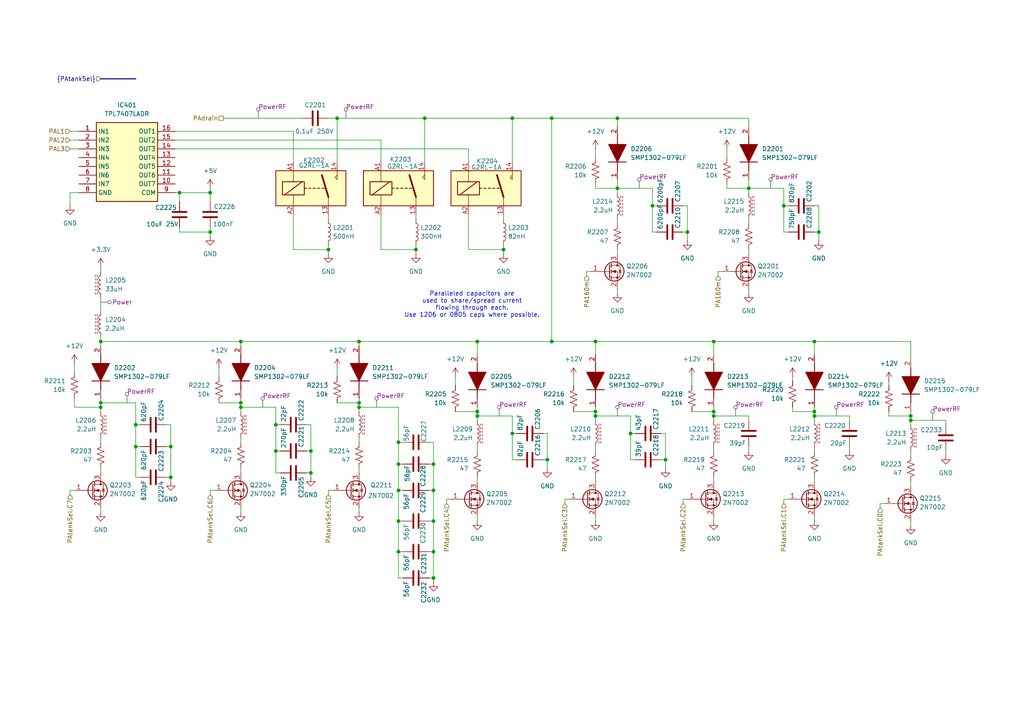
<source format=kicad_sch>
(kicad_sch (version 20250114) (generator "eeschema") (generator_version "9.0")
  (paper "A4")
  (bus_alias "PAtankSel" (members "C7" "C6" "C5" "C4" "C3" "C2" "C1" "C0"))
  (text "Paralleled capacitors are\nused to share/spread current\nflowing through each.\nUse 1206 or 0805 caps where possible." (at 136.906 88.392 0) (effects (font (size 1.27 1.27))))
  (junction (at 236.22 120.65))
  (junction (at 115.57 134.62))
  (junction (at 115.57 128.27))
  (junction (at 95.25 72.39))
  (junction (at 207.01 99.06))
  (junction (at 236.22 99.06))
  (junction (at 207.01 119.38))
  (junction (at 49.53 129.54))
  (junction (at 160.02 34.29))
  (junction (at 80.01 123.19))
  (junction (at 125.73 151.13))
  (junction (at 29.21 116.84))
  (junction (at 237.49 67.31))
  (junction (at 264.16 121.92))
  (junction (at 125.73 160.02))
  (junction (at 125.73 134.62))
  (junction (at 29.21 118.11))
  (junction (at 115.57 151.13))
  (junction (at 189.23 59.69))
  (junction (at 182.88 125.73))
  (junction (at 125.73 167.64))
  (junction (at 138.43 99.06))
  (junction (at 148.59 34.29))
  (junction (at 60.96 55.88))
  (junction (at 69.85 99.06))
  (junction (at 39.37 123.19))
  (junction (at 90.17 137.16))
  (junction (at 217.17 54.61))
  (junction (at 172.72 120.65))
  (junction (at 264.16 120.65))
  (junction (at 160.02 99.06))
  (junction (at 49.53 138.43))
  (junction (at 125.73 142.24))
  (junction (at 199.39 67.31))
  (junction (at 146.05 72.39))
  (junction (at 179.07 54.61))
  (junction (at 158.75 133.35))
  (junction (at 104.14 116.84))
  (junction (at 60.96 67.31))
  (junction (at 29.21 99.06))
  (junction (at 97.79 34.29))
  (junction (at 138.43 119.38))
  (junction (at 115.57 160.02))
  (junction (at 123.19 34.29))
  (junction (at 172.72 99.06))
  (junction (at 172.72 119.38))
  (junction (at 104.14 118.11))
  (junction (at 193.04 133.35))
  (junction (at 236.22 119.38))
  (junction (at 80.01 130.81))
  (junction (at 115.57 142.24))
  (junction (at 120.65 72.39))
  (junction (at 104.14 99.06))
  (junction (at 52.07 55.88))
  (junction (at 138.43 120.65))
  (junction (at 90.17 130.81))
  (junction (at 227.33 59.69))
  (junction (at 69.85 118.11))
  (junction (at 39.37 129.54))
  (junction (at 69.85 116.84))
  (junction (at 148.59 125.73))
  (junction (at 179.07 34.29))
  (junction (at 207.01 120.65))
  (wire (pts (xy 179.07 54.61) (xy 189.23 54.61)))
  (wire (pts (xy 21.59 118.11) (xy 29.21 118.11)))
  (wire (pts (xy 217.17 64.77) (xy 217.17 63.5)))
  (wire (pts (xy 207.01 120.65) (xy 207.01 119.38)))
  (wire (pts (xy 138.43 130.81) (xy 138.43 129.54)))
  (bus (pts (xy 29.21 22.86) (xy 39.37 22.86)))
  (wire (pts (xy 189.23 59.69) (xy 190.5 59.69)))
  (wire (pts (xy 172.72 130.81) (xy 172.72 129.54)))
  (wire (pts (xy 20.32 55.88) (xy 22.86 55.88)))
  (wire (pts (xy 207.01 99.06) (xy 207.01 102.87)))
  (wire (pts (xy 132.08 119.38) (xy 138.43 119.38)))
  (wire (pts (xy 90.17 130.81) (xy 90.17 123.19)))
  (wire (pts (xy 81.28 137.16) (xy 80.01 137.16)))
  (wire (pts (xy 64.77 34.29) (xy 87.63 34.29)))
  (wire (pts (xy 236.22 119.38) (xy 236.22 118.11)))
  (wire (pts (xy 172.72 120.65) (xy 172.72 119.38)))
  (wire (pts (xy 123.19 34.29) (xy 123.19 46.99)))
  (wire (pts (xy 124.46 167.64) (xy 125.73 167.64)))
  (wire (pts (xy 146.05 62.23) (xy 146.05 63.5)))
  (wire (pts (xy 60.96 67.31) (xy 60.96 68.58)))
  (wire (pts (xy 170.18 78.74) (xy 171.45 78.74)))
  (wire (pts (xy 172.72 99.06) (xy 172.72 102.87)))
  (wire (pts (xy 80.01 123.19) (xy 81.28 123.19)))
  (wire (pts (xy 29.21 118.11) (xy 29.21 119.38)))
  (wire (pts (xy 60.96 55.88) (xy 60.96 58.42)))
  (wire (pts (xy 132.08 109.22) (xy 132.08 111.76)))
  (wire (pts (xy 264.16 123.19) (xy 264.16 121.92)))
  (wire (pts (xy 138.43 138.43) (xy 138.43 139.7)))
  (wire (pts (xy 60.96 143.51) (xy 60.96 142.24)))
  (wire (pts (xy 172.72 149.86) (xy 172.72 151.13)))
  (wire (pts (xy 39.37 129.54) (xy 39.37 138.43)))
  (wire (pts (xy 125.73 128.27) (xy 125.73 134.62)))
  (wire (pts (xy 189.23 59.69) (xy 189.23 54.61)))
  (wire (pts (xy 104.14 116.84) (xy 104.14 115.57)))
  (wire (pts (xy 49.53 139.7) (xy 49.53 138.43)))
  (wire (pts (xy 246.38 129.54) (xy 246.38 130.81)))
  (wire (pts (xy 207.01 138.43) (xy 207.01 139.7)))
  (wire (pts (xy 125.73 160.02) (xy 125.73 167.64)))
  (wire (pts (xy 157.48 133.35) (xy 158.75 133.35)))
  (wire (pts (xy 40.64 123.19) (xy 39.37 123.19)))
  (wire (pts (xy 182.88 125.73) (xy 184.15 125.73)))
  (wire (pts (xy 85.09 62.23) (xy 85.09 72.39)))
  (wire (pts (xy 50.8 38.1) (xy 85.09 38.1)))
  (wire (pts (xy 104.14 118.11) (xy 115.57 118.11)))
  (wire (pts (xy 179.07 55.88) (xy 179.07 54.61)))
  (wire (pts (xy 257.81 119.38) (xy 257.81 120.65)))
  (wire (pts (xy 236.22 99.06) (xy 236.22 102.87)))
  (wire (pts (xy 125.73 128.27) (xy 124.46 128.27)))
  (wire (pts (xy 39.37 123.19) (xy 39.37 116.84)))
  (wire (pts (xy 138.43 119.38) (xy 138.43 120.65)))
  (wire (pts (xy 210.82 53.34) (xy 210.82 54.61)))
  (wire (pts (xy 264.16 121.92) (xy 274.32 121.92)))
  (wire (pts (xy 179.07 34.29) (xy 217.17 34.29)))
  (wire (pts (xy 124.46 142.24) (xy 125.73 142.24)))
  (wire (pts (xy 123.19 34.29) (xy 148.59 34.29)))
  (wire (pts (xy 63.5 106.68) (xy 63.5 109.22)))
  (wire (pts (xy 69.85 128.27) (xy 69.85 127)))
  (wire (pts (xy 49.53 129.54) (xy 49.53 123.19)))
  (wire (pts (xy 52.07 55.88) (xy 52.07 58.42)))
  (wire (pts (xy 29.21 115.57) (xy 29.21 116.84)))
  (wire (pts (xy 138.43 102.87) (xy 138.43 99.06)))
  (wire (pts (xy 52.07 55.88) (xy 60.96 55.88)))
  (wire (pts (xy 39.37 116.84) (xy 29.21 116.84)))
  (wire (pts (xy 207.01 130.81) (xy 207.01 129.54)))
  (wire (pts (xy 255.27 147.32) (xy 255.27 146.05)))
  (wire (pts (xy 207.01 119.38) (xy 207.01 118.11)))
  (wire (pts (xy 148.59 133.35) (xy 149.86 133.35)))
  (wire (pts (xy 146.05 71.12) (xy 146.05 72.39)))
  (wire (pts (xy 124.46 151.13) (xy 125.73 151.13)))
  (wire (pts (xy 172.72 120.65) (xy 182.88 120.65)))
  (wire (pts (xy 29.21 97.79) (xy 29.21 99.06)))
  (wire (pts (xy 110.49 72.39) (xy 120.65 72.39)))
  (wire (pts (xy 157.48 125.73) (xy 158.75 125.73)))
  (wire (pts (xy 255.27 146.05) (xy 256.54 146.05)))
  (wire (pts (xy 60.96 54.61) (xy 60.96 55.88)))
  (wire (pts (xy 95.25 34.29) (xy 97.79 34.29)))
  (wire (pts (xy 172.72 99.06) (xy 160.02 99.06)))
  (wire (pts (xy 135.89 62.23) (xy 135.89 72.39)))
  (wire (pts (xy 20.32 38.1) (xy 22.86 38.1)))
  (wire (pts (xy 69.85 118.11) (xy 80.01 118.11)))
  (wire (pts (xy 69.85 119.38) (xy 69.85 118.11)))
  (wire (pts (xy 49.53 138.43) (xy 49.53 129.54)))
  (wire (pts (xy 236.22 120.65) (xy 246.38 120.65)))
  (wire (pts (xy 80.01 130.81) (xy 80.01 123.19)))
  (wire (pts (xy 29.21 77.47) (xy 29.21 78.74)))
  (wire (pts (xy 264.16 99.06) (xy 236.22 99.06)))
  (wire (pts (xy 95.25 142.24) (xy 96.52 142.24)))
  (wire (pts (xy 172.72 138.43) (xy 172.72 139.7)))
  (wire (pts (xy 236.22 138.43) (xy 236.22 139.7)))
  (wire (pts (xy 227.33 67.31) (xy 228.6 67.31)))
  (wire (pts (xy 217.17 120.65) (xy 217.17 121.92)))
  (wire (pts (xy 198.12 67.31) (xy 199.39 67.31)))
  (wire (pts (xy 29.21 147.32) (xy 29.21 148.59)))
  (wire (pts (xy 29.21 116.84) (xy 29.21 118.11)))
  (wire (pts (xy 29.21 135.89) (xy 29.21 137.16)))
  (wire (pts (xy 148.59 34.29) (xy 160.02 34.29)))
  (wire (pts (xy 208.28 80.01) (xy 208.28 78.74)))
  (wire (pts (xy 97.79 34.29) (xy 97.79 46.99)))
  (wire (pts (xy 40.64 138.43) (xy 39.37 138.43)))
  (wire (pts (xy 237.49 67.31) (xy 237.49 69.85)))
  (wire (pts (xy 227.33 59.69) (xy 227.33 54.61)))
  (wire (pts (xy 264.16 120.65) (xy 264.16 119.38)))
  (wire (pts (xy 207.01 99.06) (xy 236.22 99.06)))
  (wire (pts (xy 95.25 71.12) (xy 95.25 72.39)))
  (wire (pts (xy 97.79 106.68) (xy 97.79 109.22)))
  (wire (pts (xy 163.83 146.05) (xy 163.83 144.78)))
  (wire (pts (xy 50.8 55.88) (xy 52.07 55.88)))
  (wire (pts (xy 229.87 119.38) (xy 236.22 119.38)))
  (wire (pts (xy 148.59 125.73) (xy 148.59 120.65)))
  (wire (pts (xy 148.59 125.73) (xy 149.86 125.73)))
  (wire (pts (xy 182.88 125.73) (xy 182.88 120.65)))
  (wire (pts (xy 116.84 167.64) (xy 115.57 167.64)))
  (wire (pts (xy 88.9 130.81) (xy 90.17 130.81)))
  (wire (pts (xy 236.22 59.69) (xy 237.49 59.69)))
  (wire (pts (xy 236.22 119.38) (xy 236.22 120.65)))
  (wire (pts (xy 21.59 105.41) (xy 21.59 107.95)))
  (wire (pts (xy 198.12 59.69) (xy 199.39 59.69)))
  (wire (pts (xy 200.66 119.38) (xy 207.01 119.38)))
  (wire (pts (xy 50.8 40.64) (xy 110.49 40.64)))
  (wire (pts (xy 52.07 66.04) (xy 52.07 67.31)))
  (wire (pts (xy 146.05 72.39) (xy 146.05 73.66)))
  (wire (pts (xy 29.21 128.27) (xy 29.21 127)))
  (wire (pts (xy 166.37 119.38) (xy 172.72 119.38)))
  (wire (pts (xy 95.25 143.51) (xy 95.25 142.24)))
  (wire (pts (xy 193.04 133.35) (xy 193.04 135.89)))
  (wire (pts (xy 217.17 129.54) (xy 217.17 130.81)))
  (wire (pts (xy 236.22 130.81) (xy 236.22 129.54)))
  (wire (pts (xy 148.59 133.35) (xy 148.59 125.73)))
  (wire (pts (xy 237.49 67.31) (xy 237.49 59.69)))
  (wire (pts (xy 217.17 54.61) (xy 227.33 54.61)))
  (wire (pts (xy 63.5 116.84) (xy 69.85 116.84)))
  (wire (pts (xy 217.17 55.88) (xy 217.17 54.61)))
  (wire (pts (xy 227.33 146.05) (xy 227.33 144.78)))
  (wire (pts (xy 198.12 144.78) (xy 199.39 144.78)))
  (wire (pts (xy 170.18 80.01) (xy 170.18 78.74)))
  (wire (pts (xy 20.32 59.69) (xy 20.32 55.88)))
  (wire (pts (xy 104.14 128.27) (xy 104.14 127)))
  (wire (pts (xy 29.21 90.17) (xy 29.21 86.36)))
  (wire (pts (xy 236.22 149.86) (xy 236.22 151.13)))
  (wire (pts (xy 138.43 149.86) (xy 138.43 151.13)))
  (wire (pts (xy 21.59 115.57) (xy 21.59 118.11)))
  (wire (pts (xy 125.73 167.64) (xy 125.73 168.91)))
  (wire (pts (xy 210.82 54.61) (xy 217.17 54.61)))
  (wire (pts (xy 69.85 118.11) (xy 69.85 116.84)))
  (wire (pts (xy 264.16 121.92) (xy 264.16 120.65)))
  (wire (pts (xy 50.8 43.18) (xy 135.89 43.18)))
  (wire (pts (xy 20.32 142.24) (xy 21.59 142.24)))
  (wire (pts (xy 227.33 59.69) (xy 228.6 59.69)))
  (wire (pts (xy 60.96 66.04) (xy 60.96 67.31)))
  (wire (pts (xy 116.84 142.24) (xy 115.57 142.24)))
  (wire (pts (xy 217.17 54.61) (xy 217.17 52.07)))
  (wire (pts (xy 120.65 62.23) (xy 120.65 63.5)))
  (wire (pts (xy 125.73 151.13) (xy 125.73 160.02)))
  (wire (pts (xy 229.87 109.22) (xy 229.87 110.49)))
  (wire (pts (xy 257.81 120.65) (xy 264.16 120.65)))
  (wire (pts (xy 69.85 116.84) (xy 69.85 115.57)))
  (wire (pts (xy 227.33 67.31) (xy 227.33 59.69)))
  (wire (pts (xy 274.32 130.81) (xy 274.32 132.08)))
  (wire (pts (xy 115.57 118.11) (xy 115.57 128.27)))
  (wire (pts (xy 124.46 134.62) (xy 125.73 134.62)))
  (wire (pts (xy 129.54 146.05) (xy 129.54 144.78)))
  (wire (pts (xy 191.77 133.35) (xy 193.04 133.35)))
  (wire (pts (xy 199.39 67.31) (xy 199.39 59.69)))
  (wire (pts (xy 236.22 121.92) (xy 236.22 120.65)))
  (wire (pts (xy 246.38 120.65) (xy 246.38 121.92)))
  (wire (pts (xy 217.17 72.39) (xy 217.17 73.66)))
  (wire (pts (xy 29.21 99.06) (xy 69.85 99.06)))
  (wire (pts (xy 217.17 34.29) (xy 217.17 36.83)))
  (wire (pts (xy 20.32 43.18) (xy 22.86 43.18)))
  (wire (pts (xy 172.72 99.06) (xy 207.01 99.06)))
  (wire (pts (xy 104.14 99.06) (xy 138.43 99.06)))
  (wire (pts (xy 172.72 43.18) (xy 172.72 45.72)))
  (wire (pts (xy 257.81 110.49) (xy 257.81 111.76)))
  (wire (pts (xy 97.79 116.84) (xy 104.14 116.84)))
  (wire (pts (xy 90.17 137.16) (xy 88.9 137.16)))
  (wire (pts (xy 116.84 151.13) (xy 115.57 151.13)))
  (wire (pts (xy 207.01 120.65) (xy 217.17 120.65)))
  (wire (pts (xy 138.43 99.06) (xy 160.02 99.06)))
  (wire (pts (xy 129.54 144.78) (xy 130.81 144.78)))
  (wire (pts (xy 191.77 125.73) (xy 193.04 125.73)))
  (wire (pts (xy 189.23 67.31) (xy 190.5 67.31)))
  (wire (pts (xy 104.14 119.38) (xy 104.14 118.11)))
  (wire (pts (xy 199.39 67.31) (xy 199.39 69.85)))
  (wire (pts (xy 115.57 128.27) (xy 115.57 134.62)))
  (wire (pts (xy 115.57 167.64) (xy 115.57 160.02)))
  (wire (pts (xy 138.43 120.65) (xy 148.59 120.65)))
  (wire (pts (xy 20.32 40.64) (xy 22.86 40.64)))
  (wire (pts (xy 264.16 139.7) (xy 264.16 140.97)))
  (wire (pts (xy 48.26 138.43) (xy 49.53 138.43)))
  (wire (pts (xy 208.28 78.74) (xy 209.55 78.74)))
  (wire (pts (xy 85.09 72.39) (xy 95.25 72.39)))
  (wire (pts (xy 115.57 151.13) (xy 115.57 160.02)))
  (wire (pts (xy 110.49 62.23) (xy 110.49 72.39)))
  (wire (pts (xy 172.72 54.61) (xy 179.07 54.61)))
  (wire (pts (xy 40.64 129.54) (xy 39.37 129.54)))
  (wire (pts (xy 160.02 34.29) (xy 179.07 34.29)))
  (wire (pts (xy 88.9 123.19) (xy 90.17 123.19)))
  (wire (pts (xy 115.57 134.62) (xy 115.57 142.24)))
  (wire (pts (xy 80.01 137.16) (xy 80.01 130.81)))
  (wire (pts (xy 217.17 83.82) (xy 217.17 85.09)))
  (wire (pts (xy 172.72 119.38) (xy 172.72 118.11)))
  (wire (pts (xy 229.87 119.38) (xy 229.87 118.11)))
  (wire (pts (xy 116.84 134.62) (xy 115.57 134.62)))
  (wire (pts (xy 80.01 123.19) (xy 80.01 118.11)))
  (wire (pts (xy 264.16 151.13) (xy 264.16 152.4)))
  (wire (pts (xy 110.49 40.64) (xy 110.49 46.99)))
  (wire (pts (xy 189.23 67.31) (xy 189.23 59.69)))
  (wire (pts (xy 210.82 43.18) (xy 210.82 45.72)))
  (wire (pts (xy 104.14 147.32) (xy 104.14 148.59)))
  (wire (pts (xy 104.14 99.06) (xy 104.14 100.33)))
  (wire (pts (xy 172.72 121.92) (xy 172.72 120.65)))
  (wire (pts (xy 135.89 43.18) (xy 135.89 46.99)))
  (wire (pts (xy 124.46 160.02) (xy 125.73 160.02)))
  (wire (pts (xy 179.07 72.39) (xy 179.07 73.66)))
  (wire (pts (xy 97.79 34.29) (xy 123.19 34.29)))
  (wire (pts (xy 158.75 133.35) (xy 158.75 135.89)))
  (wire (pts (xy 182.88 133.35) (xy 184.15 133.35)))
  (wire (pts (xy 200.66 109.22) (xy 200.66 111.76)))
  (wire (pts (xy 160.02 99.06) (xy 160.02 34.29)))
  (wire (pts (xy 135.89 72.39) (xy 146.05 72.39)))
  (wire (pts (xy 120.65 71.12) (xy 120.65 72.39)))
  (wire (pts (xy 104.14 135.89) (xy 104.14 137.16)))
  (wire (pts (xy 20.32 143.51) (xy 20.32 142.24)))
  (wire (pts (xy 264.16 99.06) (xy 264.16 104.14)))
  (wire (pts (xy 207.01 149.86) (xy 207.01 151.13)))
  (wire (pts (xy 207.01 121.92) (xy 207.01 120.65)))
  (wire (pts (xy 182.88 133.35) (xy 182.88 125.73)))
  (wire (pts (xy 95.25 73.66) (xy 95.25 72.39)))
  (wire (pts (xy 172.72 53.34) (xy 172.72 54.61)))
  (wire (pts (xy 90.17 137.16) (xy 90.17 138.43)))
  (wire (pts (xy 163.83 144.78) (xy 165.1 144.78)))
  (wire (pts (xy 80.01 130.81) (xy 81.28 130.81)))
  (wire (pts (xy 125.73 151.13) (xy 125.73 142.24)))
  (wire (pts (xy 69.85 147.32) (xy 69.85 148.59)))
  (wire (pts (xy 236.22 67.31) (xy 237.49 67.31)))
  (wire (pts (xy 227.33 144.78) (xy 228.6 144.78)))
  (wire (pts (xy 49.53 123.19) (xy 48.26 123.19)))
  (wire (pts (xy 158.75 133.35) (xy 158.75 125.73)))
  (wire (pts (xy 85.09 38.1) (xy 85.09 46.99)))
  (wire (pts (xy 69.85 99.06) (xy 104.14 99.06)))
  (wire (pts (xy 69.85 135.89) (xy 69.85 137.16)))
  (wire (pts (xy 115.57 128.27) (xy 116.84 128.27)))
  (wire (pts (xy 52.07 67.31) (xy 60.96 67.31)))
  (wire (pts (xy 104.14 116.84) (xy 104.14 118.11)))
  (wire (pts (xy 198.12 146.05) (xy 198.12 144.78)))
  (wire (pts (xy 179.07 34.29) (xy 179.07 36.83)))
  (wire (pts (xy 179.07 54.61) (xy 179.07 52.07)))
  (wire (pts (xy 179.07 83.82) (xy 179.07 85.09)))
  (wire (pts (xy 179.07 64.77) (xy 179.07 63.5)))
  (wire (pts (xy 148.59 34.29) (xy 148.59 46.99)))
  (wire (pts (xy 115.57 151.13) (xy 115.57 142.24)))
  (wire (pts (xy 138.43 121.92) (xy 138.43 120.65)))
  (wire (pts (xy 60.96 142.24) (xy 62.23 142.24)))
  (wire (pts (xy 125.73 134.62) (xy 125.73 142.24)))
  (wire (pts (xy 90.17 137.16) (xy 90.17 130.81)))
  (wire (pts (xy 39.37 123.19) (xy 39.37 129.54)))
  (wire (pts (xy 120.65 72.39) (xy 120.65 73.66)))
  (wire (pts (xy 116.84 160.02) (xy 115.57 160.02)))
  (wire (pts (xy 166.37 109.22) (xy 166.37 111.76)))
  (wire (pts (xy 48.26 129.54) (xy 49.53 129.54)))
  (wire (pts (xy 95.25 62.23) (xy 95.25 63.5)))
  (wire (pts (xy 264.16 132.08) (xy 264.16 130.81)))
  (wire (pts (xy 69.85 100.33) (xy 69.85 99.06)))
  (wire (pts (xy 138.43 119.38) (xy 138.43 118.11)))
  (wire (pts (xy 193.04 133.35) (xy 193.04 125.73)))
  (wire (pts (xy 274.32 121.92) (xy 274.32 123.19)))
  (wire (pts (xy 29.21 99.06) (xy 29.21 100.33)))
  (hierarchical_label "PAtankSel.C2" (shape input) (at 198.12 146.05 270))
  (hierarchical_label "PAL3" (shape input) (at 20.32 43.18 180))
  (hierarchical_label "PAL1" (shape input) (at 20.32 38.1 180))
  (hierarchical_label "PAtankSel.C7" (shape input) (at 20.32 143.51 270))
  (hierarchical_label "PAtankSel.C3" (shape input) (at 163.83 146.05 270))
  (hierarchical_label "PAtankSel.C5" (shape input) (at 95.25 143.51 270))
  (hierarchical_label "PAtankSel.C4" (shape input) (at 129.54 146.05 270))
  (hierarchical_label "PAtankSel.C0" (shape input) (at 255.27 147.32 270))
  (hierarchical_label "PAtankSel.C6" (shape input) (at 60.96 143.51 270))
  (hierarchical_label "PAL2" (shape input) (at 20.32 40.64 180))
  (hierarchical_label "PA160m" (shape input) (at 170.18 80.01 270))
  (hierarchical_label "PA160m" (shape input) (at 208.28 80.01 270))
  (hierarchical_label "PAdrain" (shape passive) (at 64.77 34.29 180))
  (hierarchical_label "PAtankSel.C1" (shape input) (at 227.33 146.05 270))
  (hierarchical_label "{PAtankSel}" (shape input) (at 29.21 22.86 180))
  (netclass_flag "" (length 2.54) (shape round) (at 185.42 54.61 0) (property "Netclass" "PowerRF" (at 185.42 51.308 0) (effects (justify left))))
  (netclass_flag "" (length 2.54) (shape round) (at 144.78 120.65 0) (property "Netclass" "PowerRF" (at 144.78 117.348 0) (effects (justify left))))
  (netclass_flag "" (length 2.54) (shape round) (at 109.22 118.11 0) (property "Netclass" "PowerRF" (at 109.22 114.808 0) (effects (justify left))))
  (netclass_flag "" (length 2.54) (shape round) (at 76.2 118.11 0) (property "Netclass" "PowerRF" (at 76.2 114.808 0) (effects (justify left))))
  (netclass_flag "" (length 2.54) (shape round) (at 213.36 120.65 0) (property "Netclass" "PowerRF" (at 213.36 117.348 0) (effects (justify left))))
  (netclass_flag "" (length 2.54) (shape round) (at 179.07 120.65 0) (property "Netclass" "PowerRF" (at 179.07 117.348 0) (effects (justify left))))
  (netclass_flag "" (length 2.54) (shape round) (at 270.51 121.92 0) (property "Netclass" "PowerRF" (at 270.51 118.618 0) (effects (justify left))))
  (netclass_flag "" (length 2.54) (shape round) (at 29.21 87.63 270) (property "Netclass" "Power" (at 32.512 87.63 0) (effects (justify left))))
  (netclass_flag "" (length 2.54) (shape round) (at 36.83 116.84 0) (property "Netclass" "PowerRF" (at 36.83 113.538 0) (effects (justify left))))
  (netclass_flag "" (length 2.54) (shape round) (at 74.93 34.29 0) (property "Netclass" "PowerRF" (at 74.93 30.988 0) (effects (justify left))))
  (netclass_flag "" (length 2.54) (shape round) (at 100.33 34.29 0) (property "Netclass" "PowerRF" (at 100.33 30.988 0) (effects (justify left))))
  (netclass_flag "" (length 2.54) (shape round) (at 242.57 120.65 0) (property "Netclass" "PowerRF" (at 242.57 117.348 0) (effects (justify left))))
  (netclass_flag "" (length 2.54) (shape round) (at 223.52 54.61 0) (property "Netclass" "PowerRF" (at 223.52 51.308 0) (effects (justify left))))
  (symbol (lib_id "Device:R_US") (at 236.22 134.62 0) (mirror y) (unit 1)
    (property "Reference" "R2221" (at 233.68 133.3499 0) (effects (justify left)))
    (property "Value" "47" (at 233.68 135.8899 0) (effects (justify left)))
    (property "Description" "Resistor, US symbol" (effects (hide yes)))
  )
  (symbol (lib_id "Device:R_US") (at 63.5 113.03 0) (mirror y) (unit 1)
    (property "Reference" "R2212" (at 60.96 111.7599 0) (effects (justify left)))
    (property "Value" "10k" (at 60.96 114.2999 0) (effects (justify left)))
    (property "Description" "Resistor, US symbol" (effects (hide yes)))
  )
  (symbol (lib_id "Device:C") (at 232.41 67.31 90) (mirror x) (unit 1)
    (property "Reference" "C2208" (at 234.696 66.294 0) (effects (justify right)))
    (property "Value" "750pF" (at 229.616 66.548 0) (effects (justify right)))
    (property "Description" "Unpolarized capacitor" (effects (hide yes)))
  )
  (symbol (lib_id "power:GND") (at 207.01 151.13 0) (unit 1)
    (property "Reference" "#PWR02231" (effects (hide yes)))
    (property "Value" "GND" (at 207.01 156.21 0))
    (property "Description" "Power symbol creates a global label with name \"GND\" , ground" (effects (hide yes)))
  )
  (symbol (lib_id "power:GND") (at 158.75 135.89 0) (unit 1)
    (property "Reference" "#PWR02226" (effects (hide yes)))
    (property "Value" "GND" (at 158.75 140.97 0))
    (property "Description" "Power symbol creates a global label with name \"GND\" , ground" (effects (hide yes)))
  )
  (symbol (lib_id "power:+3.3V") (at 21.59 105.41 0) (unit 1)
    (property "Reference" "#PWR02219" (effects (hide yes)))
    (property "Value" "+12V" (at 21.59 100.33 0))
    (property "Description" "Power symbol creates a global label with name \"+3.3V\"" (effects (hide yes)))
  )
  (symbol (lib_id "Device:L_Ferrite") (at 236.22 125.73 0) (mirror x) (unit 1)
    (property "Reference" "L2212" (at 234.95 124.4599 0) (effects (justify right)))
    (property "Value" "2.2uH" (at 234.95 126.9999 0) (effects (justify right)))
    (property "Description" "Inductor with ferrite core" (effects (hide yes)))
  )
  (symbol (lib_id "power:GND") (at 146.05 73.66 0) (unit 1)
    (property "Reference" "#PWR02203" (effects (hide yes)))
    (property "Value" "GND" (at 146.05 78.74 0))
    (property "Description" "Power symbol creates a global label with name \"GND\" , ground" (effects (hide yes)))
  )
  (symbol (lib_id "Device:L_Ferrite") (at 29.21 82.55 180) (unit 1)
    (property "Reference" "L2205" (at 30.48 81.2799 0) (effects (justify right)))
    (property "Value" "33uH" (at 30.48 83.8199 0) (effects (justify right)))
    (property "Description" "Inductor with ferrite core" (effects (hide yes)))
  )
  (symbol (lib_id "Relay:G2RL-1A") (at 90.17 54.61 0) (unit 1)
    (property "Reference" "K2202" (at 87.884 46.482 0) (effects (justify left)))
    (property "Value" "G2RL-1A" (at 86.614 48.006 0) (effects (justify left)))
    (property "Footprint" "Relay_THT:Relay_SPST_Omron_G2RL-1A" (effects (hide yes)))
    (property "Datasheet" "https://omronfs.omron.com/en_US/ecb/products/pdf/en-g2rl.pdf" (effects (hide yes)))
    (property "Description" "General Purpose Low Profile Relay SPST Through Hole, Omron G2RL series, Normally Open, 12A 250VAC" (effects (hide yes)))
  )
  (symbol (lib_id "Device:C") (at 120.65 167.64 90) (unit 1)
    (property "Reference" "C2232" (at 122.936 168.656 0) (effects (justify right)))
    (property "Value" "56pF" (at 117.856 168.402 0) (effects (justify right)))
    (property "Description" "Unpolarized capacitor" (effects (hide yes)))
  )
  (symbol (lib_id "Device:R_US") (at 172.72 49.53 0) (mirror y) (unit 1)
    (property "Reference" "R2206" (at 170.18 48.2599 0) (effects (justify left)))
    (property "Value" "10k" (at 170.18 50.7999 0) (effects (justify left)))
    (property "Description" "Resistor, US symbol" (effects (hide yes)))
  )
  (symbol (lib_id "Transistor_FET:2N7002") (at 170.18 144.78 0) (unit 1)
    (property "Reference" "Q2212" (at 175.26 143.256 0) (effects (justify left)))
    (property "Value" "2N7002" (at 175.26 145.796 0) (effects (justify left)))
    (property "Footprint" "Package_TO_SOT_SMD:SOT-23" (effects (hide yes)))
    (property "Datasheet" "https://www.onsemi.com/pub/Collateral/NDS7002A-D.PDF" (effects (hide yes)))
    (property "Description" "0.115A Id, 60V Vds, N-Channel MOSFET, SOT-23" (effects (hide yes)))
  )
  (symbol (lib_id "power:GND") (at 217.17 130.81 0) (unit 1)
    (property "Reference" "#PWR02232" (effects (hide yes)))
    (property "Value" "GND" (at 217.17 135.89 0))
    (property "Description" "Power symbol creates a global label with name \"GND\" , ground" (effects (hide yes)))
  )
  (symbol (lib_id "power:GND") (at 246.38 130.81 0) (unit 1)
    (property "Reference" "#PWR02235" (effects (hide yes)))
    (property "Value" "GND" (at 246.38 135.89 0))
    (property "Description" "Power symbol creates a global label with name \"GND\" , ground" (effects (hide yes)))
  )
  (symbol (lib_id "power:GND") (at 95.25 73.66 0) (unit 1)
    (property "Reference" "#PWR02201" (effects (hide yes)))
    (property "Value" "GND" (at 95.25 78.74 0))
    (property "Description" "Power symbol creates a global label with name \"GND\" , ground" (effects (hide yes)))
  )
  (symbol (lib_id "Device:R_US") (at 138.43 134.62 0) (mirror y) (unit 1)
    (property "Reference" "R2215" (at 135.89 133.3499 0) (effects (justify left)))
    (property "Value" "47" (at 135.89 135.8899 0) (effects (justify left)))
    (property "Description" "Resistor, US symbol" (effects (hide yes)))
  )
  (symbol (lib_id "Device:C") (at 120.65 142.24 90) (unit 1)
    (property "Reference" "C2229" (at 122.682 142.494 0) (effects (justify right)))
    (property "Value" "56pF" (at 117.856 143.002 0) (effects (justify right)))
    (property "Description" "Unpolarized capacitor" (effects (hide yes)))
  )
  (symbol (lib_id "Transistor_FET:2N7002") (at 261.62 146.05 0) (unit 1)
    (property "Reference" "Q2215" (at 266.7 144.526 0) (effects (justify left)))
    (property "Value" "2N7002" (at 266.7 147.066 0) (effects (justify left)))
    (property "Footprint" "Package_TO_SOT_SMD:SOT-23" (effects (hide yes)))
    (property "Datasheet" "https://www.onsemi.com/pub/Collateral/NDS7002A-D.PDF" (effects (hide yes)))
    (property "Description" "0.115A Id, 60V Vds, N-Channel MOSFET, SOT-23" (effects (hide yes)))
  )
  (symbol (lib_id "Device:C") (at 44.45 123.19 90) (mirror x) (unit 1)
    (property "Reference" "C2204" (at 46.736 122.174 0) (effects (justify right)))
    (property "Value" "620pF" (at 41.656 122.428 0) (effects (justify right)))
    (property "Description" "Unpolarized capacitor" (effects (hide yes)))
  )
  (symbol (lib_id "Device:R_US") (at 179.07 68.58 0) (mirror y) (unit 1)
    (property "Reference" "R2207" (at 176.53 67.3099 0) (effects (justify left)))
    (property "Value" "47" (at 176.53 69.8499 0) (effects (justify left)))
    (property "Description" "Resistor, US symbol" (effects (hide yes)))
  )
  (symbol (lib_id "Device:R_US") (at 132.08 115.57 0) (mirror y) (unit 1)
    (property "Reference" "R2205" (at 129.54 114.2999 0) (effects (justify left)))
    (property "Value" "10k" (at 129.54 116.8399 0) (effects (justify left)))
    (property "Description" "Resistor, US symbol" (effects (hide yes)))
  )
  (symbol (lib_id "power:GND") (at 138.43 151.13 0) (unit 1)
    (property "Reference" "#PWR02225" (effects (hide yes)))
    (property "Value" "GND" (at 138.43 156.21 0))
    (property "Description" "Power symbol creates a global label with name \"GND\" , ground" (effects (hide yes)))
  )
  (symbol (lib_id "Device:L") (at 95.25 67.31 0) (unit 1)
    (property "Reference" "L2201" (at 96.52 66.0399 0) (effects (justify left)))
    (property "Value" "500nH" (at 96.52 68.5799 0) (effects (justify left)))
    (property "Description" "Inductor" (effects (hide yes)))
  )
  (symbol (lib_id "SMP1302-079LF:SMP1302-079LF") (at 207.01 118.11 270) (mirror x) (unit 1)
    (property "Reference" "D2213" (at 210.82 109.2199 90) (effects (justify left)))
    (property "Value" "SMP1302-079LF" (at 210.82 111.7599 90) (effects (justify left)))
    (property "Footprint" "SODFL1608X70N" (effects (hide yes)))
    (property "Datasheet" "https://datasheet.datasheetarchive.com/originals/distributors/Datasheets-DGA2/223591.pdf" (effects (hide yes)))
    (property "Description" "PIN Diodes Ls=.7nH Single SC-79" (effects (hide yes)))
    (property "Height" "0.7" (effects (hide yes)))
    (property "Mouser Part Number" "873-SMP1302-079LF" (effects (hide yes)))
    (property "Mouser Price/Stock" "https://www.mouser.co.uk/ProductDetail/Skyworks-Solutions-Inc/SMP1302-079LF?qs=LVm7ROZMjqMSlssy9qSXZA%3D%3D" (effects (hide yes)))
    (property "Manufacturer_Name" "Skyworks" (effects (hide yes)))
    (property "Manufacturer_Part_Number" "SMP1302-079LF" (effects (hide yes)))
  )
  (symbol (lib_id "Device:C") (at 44.45 129.54 90) (unit 1)
    (property "Reference" "C2223" (at 46.736 130.556 0) (effects (justify right)))
    (property "Value" "620pF" (at 41.656 130.302 0) (effects (justify right)))
    (property "Description" "Unpolarized capacitor" (effects (hide yes)))
  )
  (symbol (lib_id "Transistor_FET:2N7002") (at 233.68 144.78 0) (unit 1)
    (property "Reference" "Q2214" (at 238.76 143.256 0) (effects (justify left)))
    (property "Value" "2N7002" (at 238.76 145.796 0) (effects (justify left)))
    (property "Footprint" "Package_TO_SOT_SMD:SOT-23" (effects (hide yes)))
    (property "Datasheet" "https://www.onsemi.com/pub/Collateral/NDS7002A-D.PDF" (effects (hide yes)))
    (property "Description" "0.115A Id, 60V Vds, N-Channel MOSFET, SOT-23" (effects (hide yes)))
  )
  (symbol (lib_id "Transistor_FET:2N7002") (at 26.67 142.24 0) (unit 1)
    (property "Reference" "Q2203" (at 31.75 140.716 0) (effects (justify left)))
    (property "Value" "2N7002" (at 31.75 143.256 0) (effects (justify left)))
    (property "Footprint" "Package_TO_SOT_SMD:SOT-23" (effects (hide yes)))
    (property "Datasheet" "https://www.onsemi.com/pub/Collateral/NDS7002A-D.PDF" (effects (hide yes)))
    (property "Description" "0.115A Id, 60V Vds, N-Channel MOSFET, SOT-23" (effects (hide yes)))
  )
  (symbol (lib_id "power:+3.3V") (at 257.81 110.49 0) (unit 1)
    (property "Reference" "#PWR02236" (effects (hide yes)))
    (property "Value" "+12V" (at 257.81 105.41 0))
    (property "Description" "Power symbol creates a global label with name \"+3.3V\"" (effects (hide yes)))
  )
  (symbol (lib_id "Device:L_Ferrite") (at 172.72 125.73 0) (mirror x) (unit 1)
    (property "Reference" "L2210" (at 171.45 124.4599 0) (effects (justify right)))
    (property "Value" "2.2uH" (at 171.45 126.9999 0) (effects (justify right)))
    (property "Description" "Inductor with ferrite core" (effects (hide yes)))
  )
  (symbol (lib_id "Device:C") (at 153.67 133.35 90) (mirror x) (unit 1)
    (property "Reference" "C2216" (at 155.956 132.334 0) (effects (justify right)))
    (property "Value" "82pF" (at 150.876 132.588 0) (effects (justify right)))
    (property "Description" "Unpolarized capacitor" (effects (hide yes)))
  )
  (symbol (lib_id "Device:L_Ferrite") (at 207.01 125.73 0) (mirror x) (unit 1)
    (property "Reference" "L2211" (at 205.74 124.4599 0) (effects (justify right)))
    (property "Value" "2.2uH" (at 205.74 126.9999 0) (effects (justify right)))
    (property "Description" "Inductor with ferrite core" (effects (hide yes)))
  )
  (symbol (lib_id "Device:R_US") (at 21.59 111.76 0) (mirror y) (unit 1)
    (property "Reference" "R2211" (at 19.05 110.4899 0) (effects (justify left)))
    (property "Value" "10k" (at 19.05 113.0299 0) (effects (justify left)))
    (property "Description" "Resistor, US symbol" (effects (hide yes)))
  )
  (symbol (lib_id "Device:R_US") (at 104.14 132.08 0) (mirror y) (unit 1)
    (property "Reference" "R2214" (at 101.6 130.8099 0) (effects (justify left)))
    (property "Value" "47" (at 101.6 133.3499 0) (effects (justify left)))
    (property "Description" "Resistor, US symbol" (effects (hide yes)))
  )
  (symbol (lib_id "power:+3.3V") (at 97.79 106.68 0) (unit 1)
    (property "Reference" "#PWR02222" (effects (hide yes)))
    (property "Value" "+12V" (at 97.79 101.6 0))
    (property "Description" "Power symbol creates a global label with name \"+3.3V\"" (effects (hide yes)))
  )
  (symbol (lib_id "Device:R_US") (at 29.21 132.08 0) (mirror y) (unit 1)
    (property "Reference" "R2203" (at 26.67 130.8099 0) (effects (justify left)))
    (property "Value" "47" (at 26.67 133.3499 0) (effects (justify left)))
    (property "Description" "Resistor, US symbol" (effects (hide yes)))
  )
  (symbol (lib_id "Relay:G2RL-1A") (at 140.97 54.61 0) (unit 1)
    (property "Reference" "K2204" (at 138.176 46.736 0) (effects (justify left)))
    (property "Value" "G2RL-1A" (at 136.652 48.514 0) (effects (justify left)))
    (property "Footprint" "Relay_THT:Relay_SPST_Omron_G2RL-1A" (effects (hide yes)))
    (property "Datasheet" "https://omronfs.omron.com/en_US/ecb/products/pdf/en-g2rl.pdf" (effects (hide yes)))
    (property "Description" "General Purpose Low Profile Relay SPST Through Hole, Omron G2RL series, Normally Open, 12A 250VAC" (effects (hide yes)))
  )
  (symbol (lib_id "power:+3.3V") (at 200.66 109.22 0) (unit 1)
    (property "Reference" "#PWR02230" (effects (hide yes)))
    (property "Value" "+12V" (at 200.66 104.14 0))
    (property "Description" "Power symbol creates a global label with name \"+3.3V\"" (effects (hide yes)))
  )
  (symbol (lib_id "Device:R_US") (at 217.17 68.58 0) (mirror y) (unit 1)
    (property "Reference" "R2208" (at 214.63 67.3099 0) (effects (justify left)))
    (property "Value" "47" (at 214.63 69.8499 0) (effects (justify left)))
    (property "Description" "Resistor, US symbol" (effects (hide yes)))
  )
  (symbol (lib_id "power:GND") (at 236.22 151.13 0) (unit 1)
    (property "Reference" "#PWR02234" (effects (hide yes)))
    (property "Value" "GND" (at 236.22 156.21 0))
    (property "Description" "Power symbol creates a global label with name \"GND\" , ground" (effects (hide yes)))
  )
  (symbol (lib_id "Device:C") (at 274.32 127 0) (mirror x) (unit 1)
    (property "Reference" "C2233" (at 273.304 124.714 0) (effects (justify right)))
    (property "Value" "10pF" (at 273.558 129.794 0) (effects (justify right)))
    (property "Description" "Unpolarized capacitor" (effects (hide yes)))
  )
  (symbol (lib_id "Device:L") (at 120.65 67.31 0) (unit 1)
    (property "Reference" "L2202" (at 121.92 66.0399 0) (effects (justify left)))
    (property "Value" "300nH" (at 121.92 68.5799 0) (effects (justify left)))
    (property "Description" "Inductor" (effects (hide yes)))
  )
  (symbol (lib_id "Device:C") (at 85.09 137.16 90) (unit 1)
    (property "Reference" "C2205" (at 87.376 138.176 0) (effects (justify right)))
    (property "Value" "330pF" (at 82.296 137.922 0) (effects (justify right)))
    (property "Description" "Unpolarized capacitor" (effects (hide yes)))
  )
  (symbol (lib_id "Device:C") (at 60.96 62.23 180) (unit 1)
    (property "Reference" "C2226" (at 61.976 59.944 0) (effects (justify right)))
    (property "Value" "100nF" (at 61.722 65.024 0) (effects (justify right)))
    (property "Description" "Unpolarized capacitor" (effects (hide yes)))
  )
  (symbol (lib_id "TPL7407LADR:TPL7407LADR") (at 22.86 38.1 0) (unit 1)
    (property "Reference" "IC401" (at 36.83 30.48 0))
    (property "Value" "TPL7407LADR" (at 36.83 33.02 0))
    (property "Footprint" "SOIC127P600X175-16N" (effects (hide yes)))
    (property "Datasheet" "http://www.ti.com/lit/gpn/tpl7407la" (effects (hide yes)))
    (property "Description" "Gate Drivers 30-V, 7-Channel NMOS Array Low-Side Driver 16-SOIC -40 to 125" (effects (hide yes)))
    (property "Height" "1.75" (effects (hide yes)))
    (property "Mouser Part Number" "595-TPL7407LADR" (effects (hide yes)))
    (property "Mouser Price/Stock" "https://www.mouser.co.uk/ProductDetail/Texas-Instruments/TPL7407LADR?qs=MLItCLRbWsy4i2JfnIu0zA%3D%3D" (effects (hide yes)))
    (property "Manufacturer_Name" "Texas Instruments" (effects (hide yes)))
    (property "Manufacturer_Part_Number" "TPL7407LADR" (effects (hide yes)))
  )
  (symbol (lib_id "Device:L_Ferrite") (at 179.07 59.69 0) (mirror x) (unit 1)
    (property "Reference" "L2214" (at 177.8 58.4199 0) (effects (justify right)))
    (property "Value" "2.2uH" (at 177.8 60.9599 0) (effects (justify right)))
    (property "Description" "Inductor with ferrite core" (effects (hide yes)))
  )
  (symbol (lib_id "Device:C") (at 194.31 59.69 90) (mirror x) (unit 1)
    (property "Reference" "C2207" (at 196.596 58.674 0) (effects (justify right)))
    (property "Value" "6200pF" (at 191.516 58.928 0) (effects (justify right)))
    (property "Description" "Unpolarized capacitor" (effects (hide yes)))
  )
  (symbol (lib_id "SMP1302-079LF:SMP1302-079LF") (at 179.07 52.07 270) (mirror x) (unit 1)
    (property "Reference" "D2206" (at 182.88 43.1799 90) (effects (justify left)))
    (property "Value" "SMP1302-079LF" (at 182.88 45.7199 90) (effects (justify left)))
    (property "Footprint" "SODFL1608X70N" (effects (hide yes)))
    (property "Datasheet" "https://datasheet.datasheetarchive.com/originals/distributors/Datasheets-DGA2/223591.pdf" (effects (hide yes)))
    (property "Description" "PIN Diodes Ls=.7nH Single SC-79" (effects (hide yes)))
    (property "Height" "0.7" (effects (hide yes)))
    (property "Mouser Part Number" "873-SMP1302-079LF" (effects (hide yes)))
    (property "Mouser Price/Stock" "https://www.mouser.co.uk/ProductDetail/Skyworks-Solutions-Inc/SMP1302-079LF?qs=LVm7ROZMjqMSlssy9qSXZA%3D%3D" (effects (hide yes)))
    (property "Manufacturer_Name" "Skyworks" (effects (hide yes)))
    (property "Manufacturer_Part_Number" "SMP1302-079LF" (effects (hide yes)))
  )
  (symbol (lib_id "SMP1302-079LF:SMP1302-079LF") (at 264.16 119.38 270) (mirror x) (unit 1)
    (property "Reference" "D2215" (at 267.97 110.4899 90) (effects (justify left)))
    (property "Value" "SMP1302-079LF" (at 267.97 113.0299 90) (effects (justify left)))
    (property "Footprint" "SODFL1608X70N" (effects (hide yes)))
    (property "Datasheet" "https://datasheet.datasheetarchive.com/originals/distributors/Datasheets-DGA2/223591.pdf" (effects (hide yes)))
    (property "Description" "PIN Diodes Ls=.7nH Single SC-79" (effects (hide yes)))
    (property "Height" "0.7" (effects (hide yes)))
    (property "Mouser Part Number" "873-SMP1302-079LF" (effects (hide yes)))
    (property "Mouser Price/Stock" "https://www.mouser.co.uk/ProductDetail/Skyworks-Solutions-Inc/SMP1302-079LF?qs=LVm7ROZMjqMSlssy9qSXZA%3D%3D" (effects (hide yes)))
    (property "Manufacturer_Name" "Skyworks" (effects (hide yes)))
    (property "Manufacturer_Part_Number" "SMP1302-079LF" (effects (hide yes)))
  )
  (symbol (lib_id "Device:C") (at 153.67 125.73 90) (mirror x) (unit 1)
    (property "Reference" "C2206" (at 155.956 124.714 0) (effects (justify right)))
    (property "Value" "82pF" (at 150.876 124.968 0) (effects (justify right)))
    (property "Description" "Unpolarized capacitor" (effects (hide yes)))
  )
  (symbol (lib_id "Device:R_US") (at 172.72 134.62 0) (mirror y) (unit 1)
    (property "Reference" "R2217" (at 170.18 133.3499 0) (effects (justify left)))
    (property "Value" "47" (at 170.18 135.8899 0) (effects (justify left)))
    (property "Description" "Resistor, US symbol" (effects (hide yes)))
  )
  (symbol (lib_id "power:+3.3V") (at 172.72 43.18 0) (unit 1)
    (property "Reference" "#PWR02210" (effects (hide yes)))
    (property "Value" "+12V" (at 172.72 38.1 0))
    (property "Description" "Power symbol creates a global label with name \"+3.3V\"" (effects (hide yes)))
  )
  (symbol (lib_id "power:+3.3V") (at 29.21 77.47 0) (unit 1)
    (property "Reference" "#PWR02204" (effects (hide yes)))
    (property "Value" "+3.3V" (at 29.21 72.39 0))
    (property "Description" "Power symbol creates a global label with name \"+3.3V\"" (effects (hide yes)))
  )
  (symbol (lib_id "Device:R_US") (at 229.87 114.3 0) (mirror y) (unit 1)
    (property "Reference" "R2220" (at 227.33 113.0299 0) (effects (justify left)))
    (property "Value" "10k" (at 227.33 115.5699 0) (effects (justify left)))
    (property "Description" "Resistor, US symbol" (effects (hide yes)))
  )
  (symbol (lib_id "Device:C") (at 187.96 133.35 90) (mirror x) (unit 1)
    (property "Reference" "C2218" (at 190.246 132.334 0) (effects (justify right)))
    (property "Value" "39pF" (at 185.166 132.588 0) (effects (justify right)))
    (property "Description" "Unpolarized capacitor" (effects (hide yes)))
  )
  (symbol (lib_id "SMP1302-079LF:SMP1302-079LF") (at 29.21 115.57 270) (mirror x) (unit 1)
    (property "Reference" "D2202" (at 33.02 106.6799 90) (effects (justify left)))
    (property "Value" "SMP1302-079LF" (at 33.02 109.2199 90) (effects (justify left)))
    (property "Footprint" "SODFL1608X70N" (effects (hide yes)))
    (property "Datasheet" "https://datasheet.datasheetarchive.com/originals/distributors/Datasheets-DGA2/223591.pdf" (effects (hide yes)))
    (property "Description" "PIN Diodes Ls=.7nH Single SC-79" (effects (hide yes)))
    (property "Height" "0.7" (effects (hide yes)))
    (property "Mouser Part Number" "873-SMP1302-079LF" (effects (hide yes)))
    (property "Mouser Price/Stock" "https://www.mouser.co.uk/ProductDetail/Skyworks-Solutions-Inc/SMP1302-079LF?qs=LVm7ROZMjqMSlssy9qSXZA%3D%3D" (effects (hide yes)))
    (property "Manufacturer_Name" "Skyworks" (effects (hide yes)))
    (property "Manufacturer_Part_Number" "SMP1302-079LF" (effects (hide yes)))
  )
  (symbol (lib_id "SMP1302-079LF:SMP1302-079LF") (at 236.22 118.11 270) (mirror x) (unit 1)
    (property "Reference" "D2214" (at 240.03 109.2199 90) (effects (justify left)))
    (property "Value" "SMP1302-079LF" (at 240.03 111.7599 90) (effects (justify left)))
    (property "Footprint" "SODFL1608X70N" (effects (hide yes)))
    (property "Datasheet" "https://datasheet.datasheetarchive.com/originals/distributors/Datasheets-DGA2/223591.pdf" (effects (hide yes)))
    (property "Description" "PIN Diodes Ls=.7nH Single SC-79" (effects (hide yes)))
    (property "Height" "0.7" (effects (hide yes)))
    (property "Mouser Part Number" "873-SMP1302-079LF" (effects (hide yes)))
    (property "Mouser Price/Stock" "https://www.mouser.co.uk/ProductDetail/Skyworks-Solutions-Inc/SMP1302-079LF?qs=LVm7ROZMjqMSlssy9qSXZA%3D%3D" (effects (hide yes)))
    (property "Manufacturer_Name" "Skyworks" (effects (hide yes)))
    (property "Manufacturer_Part_Number" "SMP1302-079LF" (effects (hide yes)))
  )
  (symbol (lib_id "power:+5V") (at 60.96 54.61 0) (unit 1)
    (property "Reference" "#PWR02217" (effects (hide yes)))
    (property "Value" "+5V" (at 60.96 49.53 0))
    (property "Description" "Power symbol creates a global label with name \"+5V\"" (effects (hide yes)))
  )
  (symbol (lib_id "Device:R_US") (at 69.85 132.08 0) (mirror y) (unit 1)
    (property "Reference" "R2204" (at 67.31 130.8099 0) (effects (justify left)))
    (property "Value" "47" (at 67.31 133.3499 0) (effects (justify left)))
    (property "Description" "Resistor, US symbol" (effects (hide yes)))
  )
  (symbol (lib_id "SMP1302-079LF:SMP1302-079LF") (at 69.85 115.57 270) (mirror x) (unit 1)
    (property "Reference" "D2204" (at 73.66 106.6799 90) (effects (justify left)))
    (property "Value" "SMP1302-079LF" (at 73.66 109.2199 90) (effects (justify left)))
    (property "Footprint" "SODFL1608X70N" (effects (hide yes)))
    (property "Datasheet" "https://datasheet.datasheetarchive.com/originals/distributors/Datasheets-DGA2/223591.pdf" (effects (hide yes)))
    (property "Description" "PIN Diodes Ls=.7nH Single SC-79" (effects (hide yes)))
    (property "Height" "0.7" (effects (hide yes)))
    (property "Mouser Part Number" "873-SMP1302-079LF" (effects (hide yes)))
    (property "Mouser Price/Stock" "https://www.mouser.co.uk/ProductDetail/Skyworks-Solutions-Inc/SMP1302-079LF?qs=LVm7ROZMjqMSlssy9qSXZA%3D%3D" (effects (hide yes)))
    (property "Manufacturer_Name" "Skyworks" (effects (hide yes)))
    (property "Manufacturer_Part_Number" "SMP1302-079LF" (effects (hide yes)))
  )
  (symbol (lib_id "Device:C") (at 52.07 62.23 180) (unit 1)
    (property "Reference" "C2225" (at 44.958 60.198 0) (effects (justify right)))
    (property "Value" "10uF 25V" (at 42.418 65.024 0) (effects (justify right)))
    (property "Description" "Unpolarized capacitor" (effects (hide yes)))
  )
  (symbol (lib_id "Device:L_Ferrite") (at 217.17 59.69 0) (mirror x) (unit 1)
    (property "Reference" "L2215" (at 215.9 58.4199 0) (effects (justify right)))
    (property "Value" "2.2uH" (at 215.9 60.9599 0) (effects (justify right)))
    (property "Description" "Inductor with ferrite core" (effects (hide yes)))
  )
  (symbol (lib_id "power:GND") (at 237.49 69.85 0) (unit 1)
    (property "Reference" "#PWR02214" (effects (hide yes)))
    (property "Value" "GND" (at 237.49 74.93 0))
    (property "Description" "Power symbol creates a global label with name \"GND\" , ground" (effects (hide yes)))
  )
  (symbol (lib_id "power:+3.3V") (at 132.08 109.22 0) (unit 1)
    (property "Reference" "#PWR02209" (effects (hide yes)))
    (property "Value" "+12V" (at 132.08 104.14 0))
    (property "Description" "Power symbol creates a global label with name \"+3.3V\"" (effects (hide yes)))
  )
  (symbol (lib_id "Transistor_FET:2N7002") (at 204.47 144.78 0) (unit 1)
    (property "Reference" "Q2213" (at 209.55 143.256 0) (effects (justify left)))
    (property "Value" "2N7002" (at 209.55 145.796 0) (effects (justify left)))
    (property "Footprint" "Package_TO_SOT_SMD:SOT-23" (effects (hide yes)))
    (property "Datasheet" "https://www.onsemi.com/pub/Collateral/NDS7002A-D.PDF" (effects (hide yes)))
    (property "Description" "0.115A Id, 60V Vds, N-Channel MOSFET, SOT-23" (effects (hide yes)))
  )
  (symbol (lib_id "power:GND") (at 264.16 152.4 0) (unit 1)
    (property "Reference" "#PWR02237" (effects (hide yes)))
    (property "Value" "GND" (at 264.16 157.48 0))
    (property "Description" "Power symbol creates a global label with name \"GND\" , ground" (effects (hide yes)))
  )
  (symbol (lib_id "Device:C") (at 120.65 128.27 90) (unit 1)
    (property "Reference" "C2227" (at 122.936 121.92 0) (effects (justify right)))
    (property "Value" "56pF" (at 117.856 123.19 0) (effects (justify right)))
    (property "Description" "Unpolarized capacitor" (effects (hide yes)))
  )
  (symbol (lib_id "Device:C") (at 120.65 151.13 90) (unit 1)
    (property "Reference" "C2230" (at 122.682 151.384 0) (effects (justify right)))
    (property "Value" "56pF" (at 117.856 151.892 0) (effects (justify right)))
    (property "Description" "Unpolarized capacitor" (effects (hide yes)))
  )
  (symbol (lib_id "power:GND") (at 69.85 148.59 0) (unit 1)
    (property "Reference" "#PWR02208" (effects (hide yes)))
    (property "Value" "GND" (at 69.85 153.67 0))
    (property "Description" "Power symbol creates a global label with name \"GND\" , ground" (effects (hide yes)))
  )
  (symbol (lib_id "Device:L_Ferrite") (at 69.85 123.19 0) (mirror x) (unit 1)
    (property "Reference" "L2207" (at 68.58 121.9199 0) (effects (justify right)))
    (property "Value" "2.2uH" (at 68.58 124.4599 0) (effects (justify right)))
    (property "Description" "Inductor with ferrite core" (effects (hide yes)))
  )
  (symbol (lib_id "power:GND") (at 20.32 59.69 0) (unit 1)
    (property "Reference" "#PWR02215" (effects (hide yes)))
    (property "Value" "GND" (at 20.32 64.77 0))
    (property "Description" "Power symbol creates a global label with name \"GND\" , ground" (effects (hide yes)))
  )
  (symbol (lib_id "Device:L_Ferrite") (at 29.21 93.98 180) (unit 1)
    (property "Reference" "L2204" (at 30.48 92.7099 0) (effects (justify right)))
    (property "Value" "2.2uH" (at 30.48 95.2499 0) (effects (justify right)))
    (property "Description" "Inductor with ferrite core" (effects (hide yes)))
  )
  (symbol (lib_id "Device:C") (at 120.65 160.02 90) (unit 1)
    (property "Reference" "C2231" (at 122.936 160.274 0) (effects (justify right)))
    (property "Value" "56pF" (at 117.856 160.782 0) (effects (justify right)))
    (property "Description" "Unpolarized capacitor" (effects (hide yes)))
  )
  (symbol (lib_id "power:+3.3V") (at 229.87 109.22 0) (unit 1)
    (property "Reference" "#PWR02233" (effects (hide yes)))
    (property "Value" "+12V" (at 229.87 104.14 0))
    (property "Description" "Power symbol creates a global label with name \"+3.3V\"" (effects (hide yes)))
  )
  (symbol (lib_id "Device:L_Ferrite") (at 29.21 123.19 0) (mirror x) (unit 1)
    (property "Reference" "L2206" (at 27.94 121.9199 0) (effects (justify right)))
    (property "Value" "2.2uH" (at 27.94 124.4599 0) (effects (justify right)))
    (property "Description" "Inductor with ferrite core" (effects (hide yes)))
  )
  (symbol (lib_id "Device:C") (at 194.31 67.31 90) (mirror x) (unit 1)
    (property "Reference" "C2210" (at 196.596 66.294 0) (effects (justify right)))
    (property "Value" "6200pF" (at 191.516 66.548 0) (effects (justify right)))
    (property "Description" "Unpolarized capacitor" (effects (hide yes)))
  )
  (symbol (lib_id "Device:C") (at 232.41 59.69 90) (mirror x) (unit 1)
    (property "Reference" "C2202" (at 234.696 58.674 0) (effects (justify right)))
    (property "Value" "820pF" (at 229.616 58.928 0) (effects (justify right)))
    (property "Description" "Unpolarized capacitor" (effects (hide yes)))
  )
  (symbol (lib_id "power:GND") (at 274.32 132.08 0) (unit 1)
    (property "Reference" "#PWR02238" (effects (hide yes)))
    (property "Value" "GND" (at 274.32 137.16 0))
    (property "Description" "Power symbol creates a global label with name \"GND\" , ground" (effects (hide yes)))
  )
  (symbol (lib_id "Device:C") (at 187.96 125.73 90) (mirror x) (unit 1)
    (property "Reference" "C2217" (at 190.246 124.714 0) (effects (justify right)))
    (property "Value" "43pF" (at 185.166 124.968 0) (effects (justify right)))
    (property "Description" "Unpolarized capacitor" (effects (hide yes)))
  )
  (symbol (lib_id "Device:R_US") (at 166.37 115.57 0) (mirror y) (unit 1)
    (property "Reference" "R2216" (at 163.83 114.2999 0) (effects (justify left)))
    (property "Value" "10k" (at 163.83 116.8399 0) (effects (justify left)))
    (property "Description" "Resistor, US symbol" (effects (hide yes)))
  )
  (symbol (lib_id "Device:R_US") (at 257.81 115.57 0) (mirror y) (unit 1)
    (property "Reference" "R2222" (at 255.27 114.2999 0) (effects (justify left)))
    (property "Value" "10k" (at 255.27 116.8399 0) (effects (justify left)))
    (property "Description" "Resistor, US symbol" (effects (hide yes)))
  )
  (symbol (lib_id "SMP1302-079LF:SMP1302-079LF") (at 138.43 118.11 270) (mirror x) (unit 1)
    (property "Reference" "D2205" (at 142.24 109.2199 90) (effects (justify left)))
    (property "Value" "SMP1302-079LF" (at 142.24 111.7599 90) (effects (justify left)))
    (property "Footprint" "SODFL1608X70N" (effects (hide yes)))
    (property "Datasheet" "https://datasheet.datasheetarchive.com/originals/distributors/Datasheets-DGA2/223591.pdf" (effects (hide yes)))
    (property "Description" "PIN Diodes Ls=.7nH Single SC-79" (effects (hide yes)))
    (property "Height" "0.7" (effects (hide yes)))
    (property "Mouser Part Number" "873-SMP1302-079LF" (effects (hide yes)))
    (property "Mouser Price/Stock" "https://www.mouser.co.uk/ProductDetail/Skyworks-Solutions-Inc/SMP1302-079LF?qs=LVm7ROZMjqMSlssy9qSXZA%3D%3D" (effects (hide yes)))
    (property "Manufacturer_Name" "Skyworks" (effects (hide yes)))
    (property "Manufacturer_Part_Number" "SMP1302-079LF" (effects (hide yes)))
  )
  (symbol (lib_id "Device:L_Ferrite") (at 138.43 125.73 0) (mirror x) (unit 1)
    (property "Reference" "L2209" (at 137.16 124.4599 0) (effects (justify right)))
    (property "Value" "2.2uH" (at 137.16 126.9999 0) (effects (justify right)))
    (property "Description" "Inductor with ferrite core" (effects (hide yes)))
  )
  (symbol (lib_id "Device:R_US") (at 97.79 113.03 0) (mirror y) (unit 1)
    (property "Reference" "R2213" (at 95.25 111.7599 0) (effects (justify left)))
    (property "Value" "10k" (at 95.25 114.2999 0) (effects (justify left)))
    (property "Description" "Resistor, US symbol" (effects (hide yes)))
  )
  (symbol (lib_id "power:GND") (at 60.96 68.58 0) (unit 1)
    (property "Reference" "#PWR02216" (effects (hide yes)))
    (property "Value" "GND" (at 60.96 73.66 0))
    (property "Description" "Power symbol creates a global label with name \"GND\" , ground" (effects (hide yes)))
  )
  (symbol (lib_id "SMP1302-079LF:SMP1302-079LF") (at 104.14 115.57 270) (mirror x) (unit 1)
    (property "Reference" "D2211" (at 107.95 106.6799 90) (effects (justify left)))
    (property "Value" "SMP1302-079LF" (at 107.95 109.2199 90) (effects (justify left)))
    (property "Footprint" "SODFL1608X70N" (effects (hide yes)))
    (property "Datasheet" "https://datasheet.datasheetarchive.com/originals/distributors/Datasheets-DGA2/223591.pdf" (effects (hide yes)))
    (property "Description" "PIN Diodes Ls=.7nH Single SC-79" (effects (hide yes)))
    (property "Height" "0.7" (effects (hide yes)))
    (property "Mouser Part Number" "873-SMP1302-079LF" (effects (hide yes)))
    (property "Mouser Price/Stock" "https://www.mouser.co.uk/ProductDetail/Skyworks-Solutions-Inc/SMP1302-079LF?qs=LVm7ROZMjqMSlssy9qSXZA%3D%3D" (effects (hide yes)))
    (property "Manufacturer_Name" "Skyworks" (effects (hide yes)))
    (property "Manufacturer_Part_Number" "SMP1302-079LF" (effects (hide yes)))
  )
  (symbol (lib_id "power:GND") (at 125.73 168.91 0) (unit 1)
    (property "Reference" "#PWR02224" (effects (hide yes)))
    (property "Value" "GND" (at 125.73 173.99 0))
    (property "Description" "Power symbol creates a global label with name \"GND\" , ground" (effects (hide yes)))
  )
  (symbol (lib_id "power:GND") (at 217.17 85.09 0) (unit 1)
    (property "Reference" "#PWR02213" (effects (hide yes)))
    (property "Value" "GND" (at 217.17 90.17 0))
    (property "Description" "Power symbol creates a global label with name \"GND\" , ground" (effects (hide yes)))
  )
  (symbol (lib_id "SMP1302-079LF:SMP1302-079LF") (at 172.72 118.11 270) (mirror x) (unit 1)
    (property "Reference" "D2212" (at 176.53 109.2199 90) (effects (justify left)))
    (property "Value" "SMP1302-079LF" (at 176.53 111.7599 90) (effects (justify left)))
    (property "Footprint" "SODFL1608X70N" (effects (hide yes)))
    (property "Datasheet" "https://datasheet.datasheetarchive.com/originals/distributors/Datasheets-DGA2/223591.pdf" (effects (hide yes)))
    (property "Description" "PIN Diodes Ls=.7nH Single SC-79" (effects (hide yes)))
    (property "Height" "0.7" (effects (hide yes)))
    (property "Mouser Part Number" "873-SMP1302-079LF" (effects (hide yes)))
    (property "Mouser Price/Stock" "https://www.mouser.co.uk/ProductDetail/Skyworks-Solutions-Inc/SMP1302-079LF?qs=LVm7ROZMjqMSlssy9qSXZA%3D%3D" (effects (hide yes)))
    (property "Manufacturer_Name" "Skyworks" (effects (hide yes)))
    (property "Manufacturer_Part_Number" "SMP1302-079LF" (effects (hide yes)))
  )
  (symbol (lib_id "Device:L_Ferrite") (at 264.16 127 0) (mirror x) (unit 1)
    (property "Reference" "L2213" (at 262.89 125.7299 0) (effects (justify right)))
    (property "Value" "2.2uH" (at 262.89 128.2699 0) (effects (justify right)))
    (property "Description" "Inductor with ferrite core" (effects (hide yes)))
  )
  (symbol (lib_id "Device:R_US") (at 207.01 134.62 0) (mirror y) (unit 1)
    (property "Reference" "R2219" (at 204.47 133.3499 0) (effects (justify left)))
    (property "Value" "47" (at 204.47 135.8899 0) (effects (justify left)))
    (property "Description" "Resistor, US symbol" (effects (hide yes)))
  )
  (symbol (lib_id "Device:C") (at 85.09 130.81 90) (mirror x) (unit 1)
    (property "Reference" "C2221" (at 87.376 129.794 0) (effects (justify right)))
    (property "Value" "270pF" (at 82.296 130.048 0) (effects (justify right)))
    (property "Description" "Unpolarized capacitor" (effects (hide yes)))
  )
  (symbol (lib_id "power:GND") (at 29.21 148.59 0) (unit 1)
    (property "Reference" "#PWR02207" (effects (hide yes)))
    (property "Value" "GND" (at 29.21 153.67 0))
    (property "Description" "Power symbol creates a global label with name \"GND\" , ground" (effects (hide yes)))
  )
  (symbol (lib_id "power:GND") (at 199.39 69.85 0) (unit 1)
    (property "Reference" "#PWR02212" (effects (hide yes)))
    (property "Value" "GND" (at 199.39 74.93 0))
    (property "Description" "Power symbol creates a global label with name \"GND\" , ground" (effects (hide yes)))
  )
  (symbol (lib_id "Transistor_FET:2N7002") (at 101.6 142.24 0) (unit 1)
    (property "Reference" "Q2211" (at 107.442 140.716 0) (effects (justify left)))
    (property "Value" "2N7002" (at 106.68 143.764 0) (effects (justify left)))
    (property "Footprint" "Package_TO_SOT_SMD:SOT-23" (effects (hide yes)))
    (property "Datasheet" "https://www.onsemi.com/pub/Collateral/NDS7002A-D.PDF" (effects (hide yes)))
    (property "Description" "0.115A Id, 60V Vds, N-Channel MOSFET, SOT-23" (effects (hide yes)))
  )
  (symbol (lib_id "Device:C") (at 85.09 123.19 90) (mirror x) (unit 1)
    (property "Reference" "C2222" (at 87.376 122.174 0) (effects (justify right)))
    (property "Value" "22pF" (at 82.296 122.428 0) (effects (justify right)))
    (property "Description" "Unpolarized capacitor" (effects (hide yes)))
  )
  (symbol (lib_id "power:+3.3V") (at 210.82 43.18 0) (unit 1)
    (property "Reference" "#PWR02205" (effects (hide yes)))
    (property "Value" "+12V" (at 210.82 38.1 0))
    (property "Description" "Power symbol creates a global label with name \"+3.3V\"" (effects (hide yes)))
  )
  (symbol (lib_id "Transistor_FET:2N7002") (at 214.63 78.74 0) (unit 1)
    (property "Reference" "Q2201" (at 219.71 77.216 0) (effects (justify left)))
    (property "Value" "2N7002" (at 219.71 79.756 0) (effects (justify left)))
    (property "Footprint" "Package_TO_SOT_SMD:SOT-23" (effects (hide yes)))
    (property "Datasheet" "https://www.onsemi.com/pub/Collateral/NDS7002A-D.PDF" (effects (hide yes)))
    (property "Description" "0.115A Id, 60V Vds, N-Channel MOSFET, SOT-23" (effects (hide yes)))
  )
  (symbol (lib_id "Device:L") (at 146.05 67.31 0) (unit 1)
    (property "Reference" "L2203" (at 147.32 66.0399 0) (effects (justify left)))
    (property "Value" "82nH" (at 147.32 68.5799 0) (effects (justify left)))
    (property "Description" "Inductor" (effects (hide yes)))
  )
  (symbol (lib_id "Device:R_US") (at 264.16 135.89 0) (mirror y) (unit 1)
    (property "Reference" "R2223" (at 261.62 134.6199 0) (effects (justify left)))
    (property "Value" "47" (at 261.62 137.1599 0) (effects (justify left)))
    (property "Description" "Resistor, US symbol" (effects (hide yes)))
  )
  (symbol (lib_id "power:GND") (at 179.07 85.09 0) (unit 1)
    (property "Reference" "#PWR02211" (effects (hide yes)))
    (property "Value" "GND" (at 179.07 90.17 0))
    (property "Description" "Power symbol creates a global label with name \"GND\" , ground" (effects (hide yes)))
  )
  (symbol (lib_id "power:GND") (at 104.14 148.59 0) (unit 1)
    (property "Reference" "#PWR02223" (effects (hide yes)))
    (property "Value" "GND" (at 104.14 153.67 0))
    (property "Description" "Power symbol creates a global label with name \"GND\" , ground" (effects (hide yes)))
  )
  (symbol (lib_id "Device:R_US") (at 210.82 49.53 0) (mirror y) (unit 1)
    (property "Reference" "R2201" (at 208.28 48.2599 0) (effects (justify left)))
    (property "Value" "10k" (at 208.28 50.7999 0) (effects (justify left)))
    (property "Description" "Resistor, US symbol" (effects (hide yes)))
  )
  (symbol (lib_id "Device:R_US") (at 200.66 115.57 0) (mirror y) (unit 1)
    (property "Reference" "R2218" (at 198.12 114.2999 0) (effects (justify left)))
    (property "Value" "10k" (at 198.12 116.8399 0) (effects (justify left)))
    (property "Description" "Resistor, US symbol" (effects (hide yes)))
  )
  (symbol (lib_id "power:GND") (at 49.53 139.7 0) (mirror y) (unit 1)
    (property "Reference" "#PWR02218" (effects (hide yes)))
    (property "Value" "GND" (at 49.53 144.78 0))
    (property "Description" "Power symbol creates a global label with name \"GND\" , ground" (effects (hide yes)))
  )
  (symbol (lib_id "Device:C") (at 120.65 134.62 90) (unit 1)
    (property "Reference" "C2228" (at 122.682 134.874 0) (effects (justify right)))
    (property "Value" "56pF" (at 118.11 134.874 0) (effects (justify right)))
    (property "Description" "Unpolarized capacitor" (effects (hide yes)))
  )
  (symbol (lib_id "Device:L_Ferrite") (at 104.14 123.19 0) (mirror x) (unit 1)
    (property "Reference" "L2208" (at 102.87 121.9199 0) (effects (justify right)))
    (property "Value" "2.2uH" (at 102.87 124.4599 0) (effects (justify right)))
    (property "Description" "Inductor with ferrite core" (effects (hide yes)))
  )
  (symbol (lib_id "power:+3.3V") (at 63.5 106.68 0) (unit 1)
    (property "Reference" "#PWR02221" (effects (hide yes)))
    (property "Value" "+12V" (at 63.5 101.6 0))
    (property "Description" "Power symbol creates a global label with name \"+3.3V\"" (effects (hide yes)))
  )
  (symbol (lib_id "power:GND") (at 172.72 151.13 0) (unit 1)
    (property "Reference" "#PWR02228" (effects (hide yes)))
    (property "Value" "GND" (at 172.72 156.21 0))
    (property "Description" "Power symbol creates a global label with name \"GND\" , ground" (effects (hide yes)))
  )
  (symbol (lib_id "power:+3.3V") (at 166.37 109.22 0) (unit 1)
    (property "Reference" "#PWR02227" (effects (hide yes)))
    (property "Value" "+12V" (at 166.37 104.14 0))
    (property "Description" "Power symbol creates a global label with name \"+3.3V\"" (effects (hide yes)))
  )
  (symbol (lib_id "Transistor_FET:2N7002") (at 135.89 144.78 0) (unit 1)
    (property "Reference" "Q2205" (at 140.97 143.256 0) (effects (justify left)))
    (property "Value" "2N7002" (at 140.97 145.796 0) (effects (justify left)))
    (property "Footprint" "Package_TO_SOT_SMD:SOT-23" (effects (hide yes)))
    (property "Datasheet" "https://www.onsemi.com/pub/Collateral/NDS7002A-D.PDF" (effects (hide yes)))
    (property "Description" "0.115A Id, 60V Vds, N-Channel MOSFET, SOT-23" (effects (hide yes)))
  )
  (symbol (lib_id "power:GND") (at 193.04 135.89 0) (unit 1)
    (property "Reference" "#PWR02229" (effects (hide yes)))
    (property "Value" "GND" (at 193.04 140.97 0))
    (property "Description" "Power symbol creates a global label with name \"GND\" , ground" (effects (hide yes)))
  )
  (symbol (lib_id "power:GND") (at 90.17 138.43 0) (unit 1)
    (property "Reference" "#PWR02220" (effects (hide yes)))
    (property "Value" "GND" (at 90.17 143.51 0))
    (property "Description" "Power symbol creates a global label with name \"GND\" , ground" (effects (hide yes)))
  )
  (symbol (lib_id "Device:C") (at 91.44 34.29 90) (mirror x) (unit 1)
    (property "Reference" "C2201" (at 91.44 30.48 90))
    (property "Value" "0.1uF 250V" (at 91.186 38.1 90))
    (property "Description" "Unpolarized capacitor" (effects (hide yes)))
  )
  (symbol (lib_id "SMP1302-079LF:SMP1302-079LF") (at 217.17 52.07 270) (mirror x) (unit 1)
    (property "Reference" "D2201" (at 220.98 43.1799 90) (effects (justify left)))
    (property "Value" "SMP1302-079LF" (at 220.98 45.7199 90) (effects (justify left)))
    (property "Footprint" "SODFL1608X70N" (effects (hide yes)))
    (property "Datasheet" "https://datasheet.datasheetarchive.com/originals/distributors/Datasheets-DGA2/223591.pdf" (effects (hide yes)))
    (property "Description" "PIN Diodes Ls=.7nH Single SC-79" (effects (hide yes)))
    (property "Height" "0.7" (effects (hide yes)))
    (property "Mouser Part Number" "873-SMP1302-079LF" (effects (hide yes)))
    (property "Mouser Price/Stock" "https://www.mouser.co.uk/ProductDetail/Skyworks-Solutions-Inc/SMP1302-079LF?qs=LVm7ROZMjqMSlssy9qSXZA%3D%3D" (effects (hide yes)))
    (property "Manufacturer_Name" "Skyworks" (effects (hide yes)))
    (property "Manufacturer_Part_Number" "SMP1302-079LF" (effects (hide yes)))
  )
  (symbol (lib_id "power:GND") (at 120.65 73.66 0) (unit 1)
    (property "Reference" "#PWR02202" (effects (hide yes)))
    (property "Value" "GND" (at 120.65 78.74 0))
    (property "Description" "Power symbol creates a global label with name \"GND\" , ground" (effects (hide yes)))
  )
  (symbol (lib_id "Transistor_FET:2N7002") (at 67.31 142.24 0) (unit 1)
    (property "Reference" "Q2204" (at 72.39 140.716 0) (effects (justify left)))
    (property "Value" "2N7002" (at 72.39 143.256 0) (effects (justify left)))
    (property "Footprint" "Package_TO_SOT_SMD:SOT-23" (effects (hide yes)))
    (property "Datasheet" "https://www.onsemi.com/pub/Collateral/NDS7002A-D.PDF" (effects (hide yes)))
    (property "Description" "0.115A Id, 60V Vds, N-Channel MOSFET, SOT-23" (effects (hide yes)))
  )
  (symbol (lib_id "Device:C") (at 246.38 125.73 0) (mirror x) (unit 1)
    (property "Reference" "C2220" (at 245.364 123.444 0) (effects (justify right)))
    (property "Value" "20pF" (at 245.618 128.524 0) (effects (justify right)))
    (property "Description" "Unpolarized capacitor" (effects (hide yes)))
  )
  (symbol (lib_id "Device:C") (at 44.45 138.43 90) (unit 1)
    (property "Reference" "C2224" (at 46.736 139.446 0) (effects (justify right)))
    (property "Value" "620pF" (at 41.656 139.192 0) (effects (justify right)))
    (property "Description" "Unpolarized capacitor" (effects (hide yes)))
  )
  (symbol (lib_id "Transistor_FET:2N7002") (at 176.53 78.74 0) (unit 1)
    (property "Reference" "Q2206" (at 181.61 77.216 0) (effects (justify left)))
    (property "Value" "2N7002" (at 181.61 79.756 0) (effects (justify left)))
    (property "Footprint" "Package_TO_SOT_SMD:SOT-23" (effects (hide yes)))
    (property "Datasheet" "https://www.onsemi.com/pub/Collateral/NDS7002A-D.PDF" (effects (hide yes)))
    (property "Description" "0.115A Id, 60V Vds, N-Channel MOSFET, SOT-23" (effects (hide yes)))
  )
  (symbol (lib_id "Relay:G2RL-1A") (at 115.57 54.61 0) (unit 1)
    (property "Reference" "K2203" (at 113.03 46.228 0) (effects (justify left)))
    (property "Value" "G2RL-1A" (at 112.268 48.26 0) (effects (justify left)))
    (property "Footprint" "Relay_THT:Relay_SPST_Omron_G2RL-1A" (effects (hide yes)))
    (property "Datasheet" "https://omronfs.omron.com/en_US/ecb/products/pdf/en-g2rl.pdf" (effects (hide yes)))
    (property "Description" "General Purpose Low Profile Relay SPST Through Hole, Omron G2RL series, Normally Open, 12A 250VAC" (effects (hide yes)))
  )
  (symbol (lib_id "Device:C") (at 217.17 125.73 0) (mirror x) (unit 1)
    (property "Reference" "C2219" (at 216.154 123.444 0) (effects (justify right)))
    (property "Value" "39pF" (at 216.408 128.524 0) (effects (justify right)))
    (property "Description" "Unpolarized capacitor" (effects (hide yes)))
  )
)
</source>
